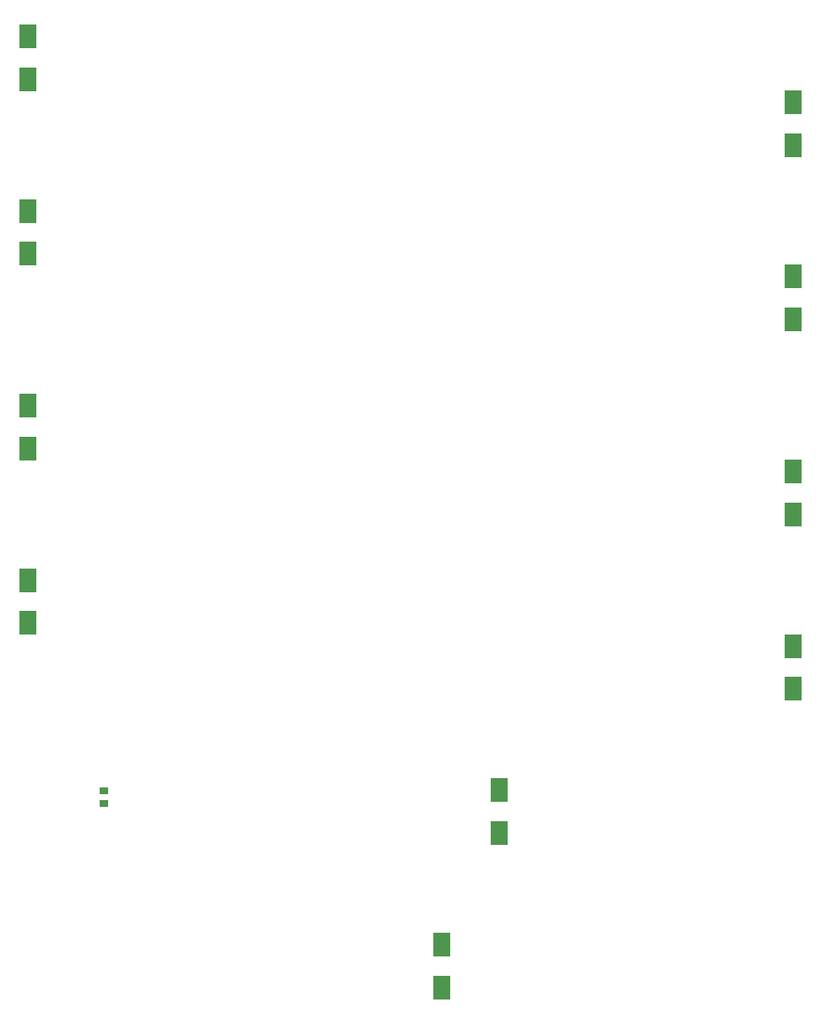
<source format=gbp>
G04*
G04 #@! TF.GenerationSoftware,Altium Limited,Altium Designer,22.8.2 (66)*
G04*
G04 Layer_Color=128*
%FSLAX44Y44*%
%MOMM*%
G71*
G04*
G04 #@! TF.SameCoordinates,40631429-7DBC-4EA8-B2E3-056BE841FA50*
G04*
G04*
G04 #@! TF.FilePolarity,Positive*
G04*
G01*
G75*
%ADD49R,1.7500X2.4500*%
%ADD50R,0.9500X0.7000*%
D49*
X1338580Y929296D02*
D03*
Y886296D02*
D03*
X1281430Y731319D02*
D03*
Y774319D02*
D03*
X1633220Y1443500D02*
D03*
Y1400500D02*
D03*
X866779Y1314500D02*
D03*
Y1271500D02*
D03*
Y1466500D02*
D03*
Y1509500D02*
D03*
X1633220Y1575500D02*
D03*
Y1618500D02*
D03*
X866779Y1641500D02*
D03*
Y1684500D02*
D03*
Y1096500D02*
D03*
Y1139500D02*
D03*
X1633220Y1030500D02*
D03*
Y1073500D02*
D03*
Y1205500D02*
D03*
Y1248500D02*
D03*
D50*
X942340Y928520D02*
D03*
Y915520D02*
D03*
M02*

</source>
